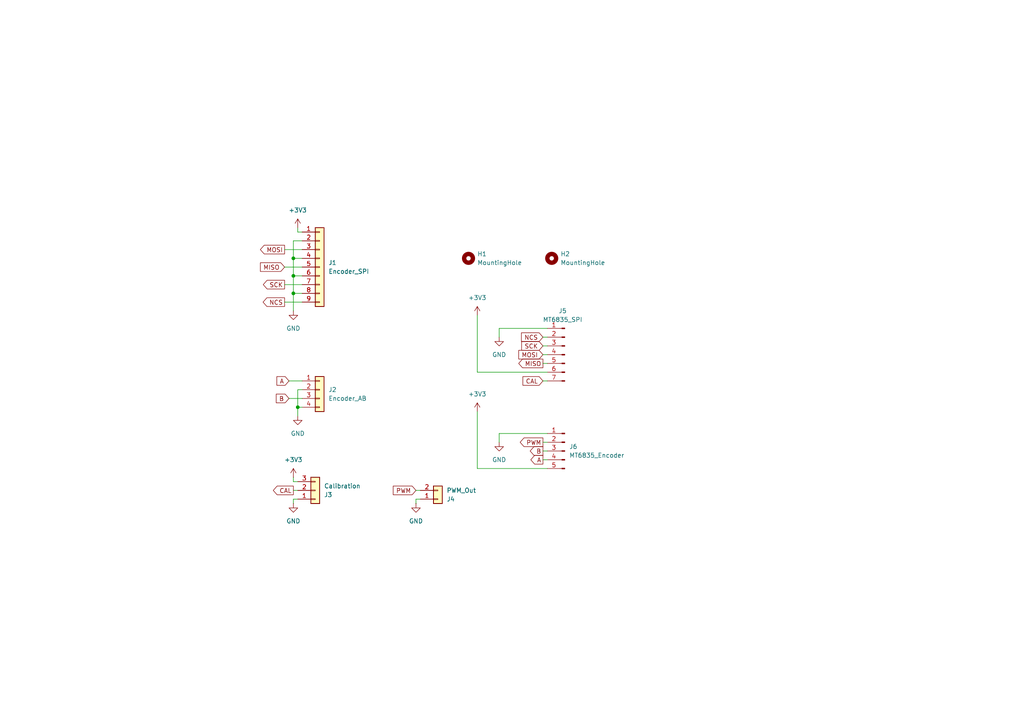
<source format=kicad_sch>
(kicad_sch (version 20250114) (generator "eeschema") (generator_version "9.0")
  (paper "A4")
  (lib_symbols
    (symbol "Connector:Conn_01x05_Pin" (pin_names (offset 1.016) (hide yes))
      (property "Reference" "J" (at 0 7.62 0))
      (property "Value" "Conn_01x05_Pin" (at 0 -7.62 0))
      (symbol "Conn_01x05_Pin_1_1"
        (rectangle (start 0.8636 5.207) (end 0 4.953) (stroke (width 0.1524)) (fill (type outline)))
        (rectangle (start 0.8636 2.667) (end 0 2.413) (stroke (width 0.1524)) (fill (type outline)))
        (rectangle (start 0.8636 0.127) (end 0 -0.127) (stroke (width 0.1524)) (fill (type outline)))
        (rectangle (start 0.8636 -2.413) (end 0 -2.667) (stroke (width 0.1524)) (fill (type outline)))
        (rectangle (start 0.8636 -4.953) (end 0 -5.207) (stroke (width 0.1524)) (fill (type outline)))
        (polyline (pts (xy 1.27 5.08) (xy 0.8636 5.08)) (stroke (width 0.1524)))
        (polyline (pts (xy 1.27 2.54) (xy 0.8636 2.54)) (stroke (width 0.1524)))
        (polyline (pts (xy 1.27 0) (xy 0.8636 0)) (stroke (width 0.1524)))
        (polyline (pts (xy 1.27 -2.54) (xy 0.8636 -2.54)) (stroke (width 0.1524)))
        (polyline (pts (xy 1.27 -5.08) (xy 0.8636 -5.08)) (stroke (width 0.1524)))
        (pin passive line (at 5.08 5.08 180) (length 3.81) (name "Pin_1") (number "1"))
        (pin passive line (at 5.08 2.54 180) (length 3.81) (name "Pin_2") (number "2"))
        (pin passive line (at 5.08 0 180) (length 3.81) (name "Pin_3") (number "3"))
        (pin passive line (at 5.08 -2.54 180) (length 3.81) (name "Pin_4") (number "4"))
        (pin passive line (at 5.08 -5.08 180) (length 3.81) (name "Pin_5") (number "5"))
      )
    )
    (symbol "Connector:Conn_01x07_Pin" (pin_names (offset 1.016) (hide yes))
      (property "Reference" "J" (at 0 10.16 0))
      (property "Value" "Conn_01x07_Pin" (at 0 -10.16 0))
      (symbol "Conn_01x07_Pin_1_1"
        (rectangle (start 0.8636 7.747) (end 0 7.493) (stroke (width 0.1524)) (fill (type outline)))
        (rectangle (start 0.8636 5.207) (end 0 4.953) (stroke (width 0.1524)) (fill (type outline)))
        (rectangle (start 0.8636 2.667) (end 0 2.413) (stroke (width 0.1524)) (fill (type outline)))
        (rectangle (start 0.8636 0.127) (end 0 -0.127) (stroke (width 0.1524)) (fill (type outline)))
        (rectangle (start 0.8636 -2.413) (end 0 -2.667) (stroke (width 0.1524)) (fill (type outline)))
        (rectangle (start 0.8636 -4.953) (end 0 -5.207) (stroke (width 0.1524)) (fill (type outline)))
        (rectangle (start 0.8636 -7.493) (end 0 -7.747) (stroke (width 0.1524)) (fill (type outline)))
        (polyline (pts (xy 1.27 7.62) (xy 0.8636 7.62)) (stroke (width 0.1524)))
        (polyline (pts (xy 1.27 5.08) (xy 0.8636 5.08)) (stroke (width 0.1524)))
        (polyline (pts (xy 1.27 2.54) (xy 0.8636 2.54)) (stroke (width 0.1524)))
        (polyline (pts (xy 1.27 0) (xy 0.8636 0)) (stroke (width 0.1524)))
        (polyline (pts (xy 1.27 -2.54) (xy 0.8636 -2.54)) (stroke (width 0.1524)))
        (polyline (pts (xy 1.27 -5.08) (xy 0.8636 -5.08)) (stroke (width 0.1524)))
        (polyline (pts (xy 1.27 -7.62) (xy 0.8636 -7.62)) (stroke (width 0.1524)))
        (pin passive line (at 5.08 7.62 180) (length 3.81) (name "Pin_1") (number "1"))
        (pin passive line (at 5.08 5.08 180) (length 3.81) (name "Pin_2") (number "2"))
        (pin passive line (at 5.08 2.54 180) (length 3.81) (name "Pin_3") (number "3"))
        (pin passive line (at 5.08 0 180) (length 3.81) (name "Pin_4") (number "4"))
        (pin passive line (at 5.08 -2.54 180) (length 3.81) (name "Pin_5") (number "5"))
        (pin passive line (at 5.08 -5.08 180) (length 3.81) (name "Pin_6") (number "6"))
        (pin passive line (at 5.08 -7.62 180) (length 3.81) (name "Pin_7") (number "7"))
      )
    )
    (symbol "Connector_Generic:Conn_01x02" (pin_names (offset 1.016) (hide yes))
      (property "Reference" "J" (at 0 2.54 0))
      (property "Value" "Conn_01x02" (at 0 -5.08 0))
      (symbol "Conn_01x02_1_1"
        (rectangle (start -1.27 1.27) (end 1.27 -3.81) (stroke (width 0.254)) (fill (type background)))
        (rectangle (start -1.27 0.127) (end 0 -0.127) (stroke (width 0.1524)))
        (rectangle (start -1.27 -2.413) (end 0 -2.667) (stroke (width 0.1524)))
        (pin passive line (at -5.08 0 0) (length 3.81) (name "Pin_1") (number "1"))
        (pin passive line (at -5.08 -2.54 0) (length 3.81) (name "Pin_2") (number "2"))
      )
    )
    (symbol "Connector_Generic:Conn_01x03" (pin_names (offset 1.016) (hide yes))
      (property "Reference" "J" (at 0 5.08 0))
      (property "Value" "Conn_01x03" (at 0 -5.08 0))
      (symbol "Conn_01x03_1_1"
        (rectangle (start -1.27 3.81) (end 1.27 -3.81) (stroke (width 0.254)) (fill (type background)))
        (rectangle (start -1.27 2.667) (end 0 2.413) (stroke (width 0.1524)))
        (rectangle (start -1.27 0.127) (end 0 -0.127) (stroke (width 0.1524)))
        (rectangle (start -1.27 -2.413) (end 0 -2.667) (stroke (width 0.1524)))
        (pin passive line (at -5.08 2.54 0) (length 3.81) (name "Pin_1") (number "1"))
        (pin passive line (at -5.08 0 0) (length 3.81) (name "Pin_2") (number "2"))
        (pin passive line (at -5.08 -2.54 0) (length 3.81) (name "Pin_3") (number "3"))
      )
    )
    (symbol "Connector_Generic:Conn_01x04" (pin_names (offset 1.016) (hide yes))
      (property "Reference" "J" (at 0 5.08 0))
      (property "Value" "Conn_01x04" (at 0 -7.62 0))
      (symbol "Conn_01x04_1_1"
        (rectangle (start -1.27 3.81) (end 1.27 -6.35) (stroke (width 0.254)) (fill (type background)))
        (rectangle (start -1.27 2.667) (end 0 2.413) (stroke (width 0.1524)))
        (rectangle (start -1.27 0.127) (end 0 -0.127) (stroke (width 0.1524)))
        (rectangle (start -1.27 -2.413) (end 0 -2.667) (stroke (width 0.1524)))
        (rectangle (start -1.27 -4.953) (end 0 -5.207) (stroke (width 0.1524)))
        (pin passive line (at -5.08 2.54 0) (length 3.81) (name "Pin_1") (number "1"))
        (pin passive line (at -5.08 0 0) (length 3.81) (name "Pin_2") (number "2"))
        (pin passive line (at -5.08 -2.54 0) (length 3.81) (name "Pin_3") (number "3"))
        (pin passive line (at -5.08 -5.08 0) (length 3.81) (name "Pin_4") (number "4"))
      )
    )
    (symbol "Connector_Generic:Conn_01x09" (pin_names (offset 1.016) (hide yes))
      (property "Reference" "J" (at 0 12.7 0))
      (property "Value" "Conn_01x09" (at 0 -12.7 0))
      (symbol "Conn_01x09_1_1"
        (rectangle (start -1.27 11.43) (end 1.27 -11.43) (stroke (width 0.254)) (fill (type background)))
        (rectangle (start -1.27 10.287) (end 0 10.033) (stroke (width 0.1524)))
        (rectangle (start -1.27 7.747) (end 0 7.493) (stroke (width 0.1524)))
        (rectangle (start -1.27 5.207) (end 0 4.953) (stroke (width 0.1524)))
        (rectangle (start -1.27 2.667) (end 0 2.413) (stroke (width 0.1524)))
        (rectangle (start -1.27 0.127) (end 0 -0.127) (stroke (width 0.1524)))
        (rectangle (start -1.27 -2.413) (end 0 -2.667) (stroke (width 0.1524)))
        (rectangle (start -1.27 -4.953) (end 0 -5.207) (stroke (width 0.1524)))
        (rectangle (start -1.27 -7.493) (end 0 -7.747) (stroke (width 0.1524)))
        (rectangle (start -1.27 -10.033) (end 0 -10.287) (stroke (width 0.1524)))
        (pin passive line (at -5.08 10.16 0) (length 3.81) (name "Pin_1") (number "1"))
        (pin passive line (at -5.08 7.62 0) (length 3.81) (name "Pin_2") (number "2"))
        (pin passive line (at -5.08 5.08 0) (length 3.81) (name "Pin_3") (number "3"))
        (pin passive line (at -5.08 2.54 0) (length 3.81) (name "Pin_4") (number "4"))
        (pin passive line (at -5.08 0 0) (length 3.81) (name "Pin_5") (number "5"))
        (pin passive line (at -5.08 -2.54 0) (length 3.81) (name "Pin_6") (number "6"))
        (pin passive line (at -5.08 -5.08 0) (length 3.81) (name "Pin_7") (number "7"))
        (pin passive line (at -5.08 -7.62 0) (length 3.81) (name "Pin_8") (number "8"))
        (pin passive line (at -5.08 -10.16 0) (length 3.81) (name "Pin_9") (number "9"))
      )
    )
    (symbol "Mechanical:MountingHole" (pin_names (offset 1.016)) (in_bom no)
      (property "Reference" "H" (at 0 5.08 0))
      (property "Value" "MountingHole" (at 0 3.175 0))
      (symbol "MountingHole_0_1"
        (circle (center 0 0) (radius 1.27) (stroke (width 1.27)))
      )
    )
    (symbol "power:+3V3" (power) (pin_numbers (hide yes)) (pin_names (offset 0) (hide yes))
      (property "Value" "+3V3" (at 0 3.556 0))
      (symbol "+3V3_0_1"
        (polyline (pts (xy -0.762 1.27) (xy 0 2.54)))
        (polyline (pts (xy 0 2.54) (xy 0.762 1.27)))
        (polyline (pts (xy 0 0) (xy 0 2.54)))
      )
      (symbol "+3V3_1_1"
        (pin power_in line (at 0 0 90) (length 0) (name "~") (number "1"))
      )
    )
    (symbol "power:GND" (power) (pin_numbers (hide yes)) (pin_names (offset 0) (hide yes))
      (property "Value" "GND" (at 0 -3.81 0))
      (symbol "GND_0_1"
        (polyline (pts (xy 0 0) (xy 0 -1.27) (xy 1.27 -1.27) (xy 0 -2.54) (xy -1.27 -1.27) (xy 0 -1.27)))
      )
      (symbol "GND_1_1"
        (pin power_in line (at 0 0 270) (length 0) (name "~") (number "1"))
      )
    )
  )
  (junction (at 85.09 74.93))
  (junction (at 85.09 80.01))
  (junction (at 86.36 118.11))
  (junction (at 85.09 85.09))
  (wire (pts (xy 85.09 138.43) (xy 85.09 139.7)))
  (wire (pts (xy 138.43 107.95) (xy 158.75 107.95)))
  (wire (pts (xy 82.55 87.63) (xy 87.63 87.63)))
  (wire (pts (xy 86.36 66.04) (xy 86.36 67.31)))
  (wire (pts (xy 157.48 110.49) (xy 158.75 110.49)))
  (wire (pts (xy 86.36 118.11) (xy 86.36 120.65)))
  (wire (pts (xy 85.09 80.01) (xy 85.09 85.09)))
  (wire (pts (xy 87.63 113.03) (xy 86.36 113.03)))
  (wire (pts (xy 144.78 125.73) (xy 158.75 125.73)))
  (wire (pts (xy 85.09 80.01) (xy 87.63 80.01)))
  (wire (pts (xy 82.55 72.39) (xy 87.63 72.39)))
  (wire (pts (xy 157.48 97.79) (xy 158.75 97.79)))
  (wire (pts (xy 86.36 113.03) (xy 86.36 118.11)))
  (wire (pts (xy 157.48 130.81) (xy 158.75 130.81)))
  (wire (pts (xy 157.48 128.27) (xy 158.75 128.27)))
  (wire (pts (xy 138.43 91.44) (xy 138.43 107.95)))
  (wire (pts (xy 144.78 95.25) (xy 144.78 97.79)))
  (wire (pts (xy 120.65 142.24) (xy 121.92 142.24)))
  (wire (pts (xy 83.82 115.57) (xy 87.63 115.57)))
  (wire (pts (xy 157.48 133.35) (xy 158.75 133.35)))
  (wire (pts (xy 157.48 105.41) (xy 158.75 105.41)))
  (wire (pts (xy 85.09 69.85) (xy 85.09 74.93)))
  (wire (pts (xy 157.48 100.33) (xy 158.75 100.33)))
  (wire (pts (xy 144.78 125.73) (xy 144.78 128.27)))
  (wire (pts (xy 83.82 110.49) (xy 87.63 110.49)))
  (wire (pts (xy 85.09 146.05) (xy 85.09 144.78)))
  (wire (pts (xy 86.36 139.7) (xy 85.09 139.7)))
  (wire (pts (xy 138.43 119.38) (xy 138.43 135.89)))
  (wire (pts (xy 86.36 118.11) (xy 87.63 118.11)))
  (wire (pts (xy 120.65 146.05) (xy 120.65 144.78)))
  (wire (pts (xy 87.63 69.85) (xy 85.09 69.85)))
  (wire (pts (xy 82.55 77.47) (xy 87.63 77.47)))
  (wire (pts (xy 85.09 85.09) (xy 87.63 85.09)))
  (wire (pts (xy 144.78 95.25) (xy 158.75 95.25)))
  (wire (pts (xy 85.09 74.93) (xy 85.09 80.01)))
  (wire (pts (xy 86.36 67.31) (xy 87.63 67.31)))
  (wire (pts (xy 82.55 82.55) (xy 87.63 82.55)))
  (wire (pts (xy 120.65 144.78) (xy 121.92 144.78)))
  (wire (pts (xy 157.48 102.87) (xy 158.75 102.87)))
  (wire (pts (xy 85.09 142.24) (xy 86.36 142.24)))
  (wire (pts (xy 138.43 135.89) (xy 158.75 135.89)))
  (wire (pts (xy 85.09 85.09) (xy 85.09 90.17)))
  (wire (pts (xy 85.09 74.93) (xy 87.63 74.93)))
  (wire (pts (xy 85.09 144.78) (xy 86.36 144.78)))
  (global_label "PWM" (shape input) (at 120.65 142.24 180) (property "Intersheetrefs" "${INTERSHEET_REFS}" (effects (hide yes))))
  (global_label "CAL" (shape output) (at 85.09 142.24 180) (property "Intersheetrefs" "${INTERSHEET_REFS}" (effects (hide yes))))
  (global_label "SCK" (shape input) (at 157.48 100.33 180) (property "Intersheetrefs" "${INTERSHEET_REFS}" (effects (hide yes))))
  (global_label "A" (shape input) (at 83.82 110.49 180) (property "Intersheetrefs" "${INTERSHEET_REFS}" (effects (hide yes))))
  (global_label "A" (shape output) (at 157.48 133.35 180) (property "Intersheetrefs" "${INTERSHEET_REFS}" (effects (hide yes))))
  (global_label "B" (shape output) (at 157.48 130.81 180) (property "Intersheetrefs" "${INTERSHEET_REFS}" (effects (hide yes))))
  (global_label "CAL" (shape input) (at 157.48 110.49 180) (property "Intersheetrefs" "${INTERSHEET_REFS}" (effects (hide yes))))
  (global_label "MISO" (shape input) (at 82.55 77.47 180) (property "Intersheetrefs" "${INTERSHEET_REFS}" (effects (hide yes))))
  (global_label "MOSI" (shape output) (at 82.55 72.39 180) (property "Intersheetrefs" "${INTERSHEET_REFS}" (effects (hide yes))))
  (global_label "SCK" (shape output) (at 82.55 82.55 180) (property "Intersheetrefs" "${INTERSHEET_REFS}" (effects (hide yes))))
  (global_label "NCS" (shape input) (at 157.48 97.79 180) (property "Intersheetrefs" "${INTERSHEET_REFS}" (effects (hide yes))))
  (global_label "NCS" (shape output) (at 82.55 87.63 180) (property "Intersheetrefs" "${INTERSHEET_REFS}" (effects (hide yes))))
  (global_label "PWM" (shape output) (at 157.48 128.27 180) (property "Intersheetrefs" "${INTERSHEET_REFS}" (effects (hide yes))))
  (global_label "MISO" (shape output) (at 157.48 105.41 180) (property "Intersheetrefs" "${INTERSHEET_REFS}" (effects (hide yes))))
  (global_label "MOSI" (shape input) (at 157.48 102.87 180) (property "Intersheetrefs" "${INTERSHEET_REFS}" (effects (hide yes))))
  (global_label "B" (shape input) (at 83.82 115.57 180) (property "Intersheetrefs" "${INTERSHEET_REFS}" (effects (hide yes))))
  (symbol (lib_id "power:GND") (at 120.65 146.05 0) (unit 1)
    (property "Reference" "#PWR04" (effects (hide yes)))
    (property "Value" "GND" (at 120.65 151.13 0))
    (property "Description" "Power symbol creates a global label with name \"GND\" , ground" (effects (hide yes)))
  )
  (symbol (lib_id "Connector:Conn_01x07_Pin") (at 163.83 102.87 0) (mirror y) (unit 1)
    (property "Reference" "J5" (at 163.195 90.17 0))
    (property "Value" "MT6835_SPI" (at 163.195 92.71 0))
    (property "Footprint" "Connector_PinHeader_2.54mm:PinHeader_1x07_P2.54mm_Vertical" (effects (hide yes)))
    (property "Description" "Generic connector, single row, 01x07, script generated" (effects (hide yes)))
  )
  (symbol (lib_id "power:GND") (at 144.78 128.27 0) (unit 1)
    (property "Reference" "#PWR07" (effects (hide yes)))
    (property "Value" "GND" (at 144.78 133.35 0))
    (property "Description" "Power symbol creates a global label with name \"GND\" , ground" (effects (hide yes)))
  )
  (symbol (lib_id "power:GND") (at 85.09 90.17 0) (unit 1)
    (property "Reference" "#PWR026" (effects (hide yes)))
    (property "Value" "GND" (at 85.09 95.25 0))
    (property "Description" "Power symbol creates a global label with name \"GND\" , ground" (effects (hide yes)))
  )
  (symbol (lib_id "Connector_Generic:Conn_01x02") (at 127 144.78 0) (mirror x) (unit 1)
    (property "Reference" "J4" (at 129.54 144.7801 0) (effects (justify left)))
    (property "Value" "PWM_Out" (at 129.54 142.2401 0) (effects (justify left)))
    (property "Footprint" "Connector_PinHeader_2.54mm:PinHeader_1x02_P2.54mm_Vertical" (effects (hide yes)))
    (property "Description" "Generic connector, single row, 01x02, script generated (kicad-library-utils/schlib/autogen/connector/)" (effects (hide yes)))
  )
  (symbol (lib_id "power:+3V3") (at 86.36 66.04 0) (unit 1)
    (property "Reference" "#PWR027" (effects (hide yes)))
    (property "Value" "+3V3" (at 86.36 60.96 0))
    (property "Description" "Power symbol creates a global label with name \"+3V3\"" (effects (hide yes)))
  )
  (symbol (lib_id "Mechanical:MountingHole") (at 160.02 74.93 0) (unit 1) (in_bom no)
    (property "Reference" "H2" (at 162.56 73.6599 0) (effects (justify left)))
    (property "Value" "MountingHole" (at 162.56 76.1999 0) (effects (justify left)))
    (property "Footprint" "MountingHole:MountingHole_2.2mm_M2" (effects (hide yes)))
    (property "Description" "Mounting Hole without connection" (effects (hide yes)))
  )
  (symbol (lib_id "power:GND") (at 86.36 120.65 0) (unit 1)
    (property "Reference" "#PWR03" (effects (hide yes)))
    (property "Value" "GND" (at 86.36 125.73 0))
    (property "Description" "Power symbol creates a global label with name \"GND\" , ground" (effects (hide yes)))
  )
  (symbol (lib_id "Connector_Generic:Conn_01x09") (at 92.71 77.47 0) (unit 1)
    (property "Reference" "J1" (at 95.25 76.1999 0) (effects (justify left)))
    (property "Value" "Encoder_SPI" (at 95.25 78.7399 0) (effects (justify left)))
    (property "Footprint" "Connector_JST:JST_PH_B9B-PH-K_1x09_P2.00mm_Vertical" (effects (hide yes)))
    (property "Description" "Generic connector, single row, 01x09, script generated (kicad-library-utils/schlib/autogen/connector/)" (effects (hide yes)))
  )
  (symbol (lib_id "Connector:Conn_01x05_Pin") (at 163.83 130.81 0) (mirror y) (unit 1)
    (property "Reference" "J6" (at 165.1 129.5399 0) (effects (justify right)))
    (property "Value" "MT6835_Encoder" (at 165.1 132.0799 0) (effects (justify right)))
    (property "Footprint" "Connector_PinHeader_2.54mm:PinHeader_1x05_P2.54mm_Vertical" (effects (hide yes)))
    (property "Description" "Generic connector, single row, 01x05, script generated" (effects (hide yes)))
  )
  (symbol (lib_id "power:GND") (at 85.09 146.05 0) (unit 1)
    (property "Reference" "#PWR01" (effects (hide yes)))
    (property "Value" "GND" (at 85.09 151.13 0))
    (property "Description" "Power symbol creates a global label with name \"GND\" , ground" (effects (hide yes)))
  )
  (symbol (lib_id "power:+3V3") (at 138.43 119.38 0) (unit 1)
    (property "Reference" "#PWR08" (effects (hide yes)))
    (property "Value" "+3V3" (at 138.43 114.3 0))
    (property "Description" "Power symbol creates a global label with name \"+3V3\"" (effects (hide yes)))
  )
  (symbol (lib_id "Mechanical:MountingHole") (at 135.89 74.93 0) (unit 1) (in_bom no)
    (property "Reference" "H1" (at 138.43 73.6599 0) (effects (justify left)))
    (property "Value" "MountingHole" (at 138.43 76.1999 0) (effects (justify left)))
    (property "Footprint" "MountingHole:MountingHole_2.2mm_M2" (effects (hide yes)))
    (property "Description" "Mounting Hole without connection" (effects (hide yes)))
  )
  (symbol (lib_id "Connector_Generic:Conn_01x03") (at 91.44 142.24 0) (mirror x) (unit 1)
    (property "Reference" "J3" (at 93.98 143.5101 0) (effects (justify left)))
    (property "Value" "Calibration" (at 93.98 140.9701 0) (effects (justify left)))
    (property "Footprint" "Connector_PinHeader_2.54mm:PinHeader_1x03_P2.54mm_Vertical" (effects (hide yes)))
    (property "Description" "Generic connector, single row, 01x03, script generated (kicad-library-utils/schlib/autogen/connector/)" (effects (hide yes)))
  )
  (symbol (lib_id "power:GND") (at 144.78 97.79 0) (unit 1)
    (property "Reference" "#PWR06" (effects (hide yes)))
    (property "Value" "GND" (at 144.78 102.87 0))
    (property "Description" "Power symbol creates a global label with name \"GND\" , ground" (effects (hide yes)))
  )
  (symbol (lib_id "power:+3V3") (at 138.43 91.44 0) (unit 1)
    (property "Reference" "#PWR05" (effects (hide yes)))
    (property "Value" "+3V3" (at 138.43 86.36 0))
    (property "Description" "Power symbol creates a global label with name \"+3V3\"" (effects (hide yes)))
  )
  (symbol (lib_id "power:+3V3") (at 85.09 138.43 0) (unit 1)
    (property "Reference" "#PWR02" (effects (hide yes)))
    (property "Value" "+3V3" (at 85.09 133.35 0))
    (property "Description" "Power symbol creates a global label with name \"+3V3\"" (effects (hide yes)))
  )
  (symbol (lib_id "Connector_Generic:Conn_01x04") (at 92.71 113.03 0) (unit 1)
    (property "Reference" "J2" (at 95.25 113.0299 0) (effects (justify left)))
    (property "Value" "Encoder_AB" (at 95.25 115.5699 0) (effects (justify left)))
    (property "Footprint" "Connector_JST:JST_PH_B4B-PH-K_1x04_P2.00mm_Vertical" (effects (hide yes)))
    (property "Description" "Generic connector, single row, 01x04, script generated (kicad-library-utils/schlib/autogen/connector/)" (effects (hide yes)))
  )
)
</source>
